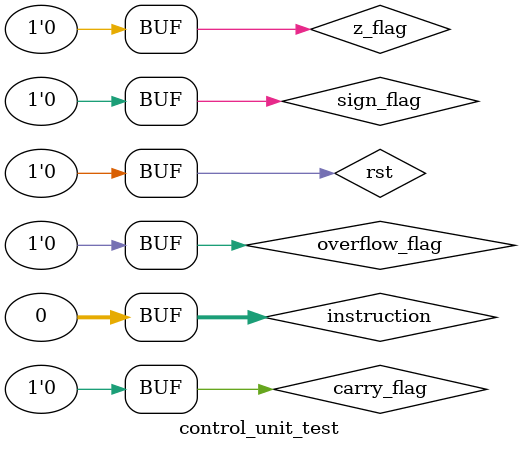
<source format=v>
`timescale 1ns / 1ps


module control_unit_test;

	// Inputs
	reg rst;
	reg [31:0] instruction;
	reg z_flag;
	reg carry_flag;
	reg sign_flag;
	reg overflow_flag;

	// Outputs
	wire data_mem_wren;
	wire reg_file_wren;
	wire reg_file_dmux_select_0;
	wire reg_file_dmux_select_1;
	wire reg_file_rmux_select;
	wire alu_mux_select;
	wire [3:0] alu_control;
	wire [4:0] alu_shamt;
	wire reg_file_radd0_select;
	wire [3:0] pc_control;

	// Instantiate the Unit Under Test (UUT)
	control_unit uut (
		.rst(rst), 
		.instruction(instruction), 
		.data_mem_wren(data_mem_wren), 
		.reg_file_wren(reg_file_wren), 
		.reg_file_dmux_select_0(reg_file_dmux_select_0), 
		.reg_file_dmux_select_1(reg_file_dmux_select_1), 
		.reg_file_rmux_select(reg_file_rmux_select), 
		.alu_mux_select(alu_mux_select), 
		.alu_control(alu_control), 
		.z_flag(z_flag), 
		.carry_flag(carry_flag), 
		.sign_flag(sign_flag), 
		.overflow_flag(overflow_flag), 
		.alu_shamt(alu_shamt), 
		.reg_file_radd0_select(reg_file_radd0_select), 
		.pc_control(pc_control)
	);

	initial begin
		// Initialize Inputs
		rst = 0;
		instruction = 0;
		z_flag = 0;
		carry_flag = 0;
		sign_flag = 0;
		overflow_flag = 0;

		// Wait 100 ns for global reset to finish
		#100;
		
		instruction = 32'b00100001010010100000000000000001;
		
		#100;
		
		#100;
		
		instruction = 32'b00000001011010100000000000100000;
		
		#100;
		
		instruction = 32'b00000001011010100000000000011000;
		
		#100;
		
		instruction = 32'b10101101011010100000000000000010;
		
		#100;
		
		instruction = 32'b00000001011010100000000010000000;
		
		#100;
		
		instruction = 32'b10001101011010100000000000000010;
		
		#100;
		
		instruction = 32'b01000000000000000000000000000000;
		
		#100;
		
		instruction = 32'b01010000000000000000000000000000;
		
		#100;
		
		instruction = 32'b01101000000000000000000000000000;
		
		#100;
		
		instruction = 0;
        
		// Add stimulus here

	end
      
endmodule


</source>
